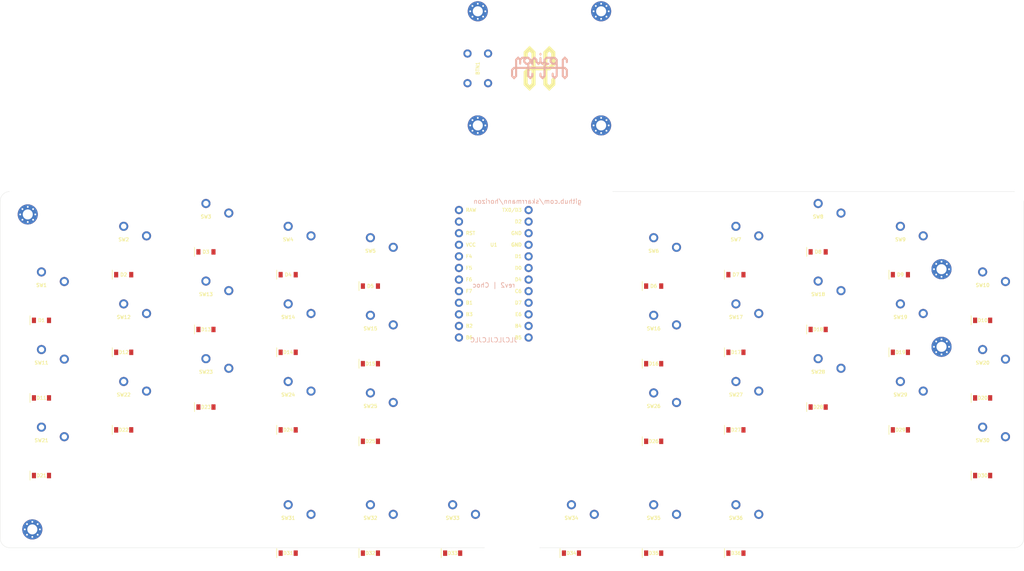
<source format=kicad_pcb>
(kicad_pcb (version 20171130) (host pcbnew "(5.1.4)-1")
  (title_block (title "Horizon Choc") (date 2021-10-13) (rev 2) (company skarrmann))
  (layers (0 F.Cu signal) (31 B.Cu signal) (34 B.Paste user) (35 F.Paste user) (36 B.SilkS user) (37 F.SilkS user) (38 B.Mask user) (39 F.Mask user) (44 Edge.Cuts user))
  (net 0 "")
  (net 1 "Net-(D1-Pad2)")
  (net 2 "Net-(D2-Pad2)")
  (net 3 "Net-(D3-Pad2)")
  (net 4 "Net-(D4-Pad2)")
  (net 5 "Net-(D5-Pad2)")
  (net 6 "Net-(D6-Pad2)")
  (net 7 "Net-(D7-Pad2)")
  (net 8 "Net-(D8-Pad2)")
  (net 9 "Net-(D9-Pad2)")
  (net 10 "Net-(D10-Pad2)")
  (net 11 "Net-(D11-Pad2)")
  (net 12 "Net-(D12-Pad2)")
  (net 13 "Net-(D13-Pad2)")
  (net 14 "Net-(D14-Pad2)")
  (net 15 "Net-(D15-Pad2)")
  (net 16 "Net-(D16-Pad2)")
  (net 17 "Net-(D17-Pad2)")
  (net 18 "Net-(D18-Pad2)")
  (net 19 "Net-(D19-Pad2)")
  (net 20 "Net-(D20-Pad2)")
  (net 21 "Net-(D21-Pad2)")
  (net 22 "Net-(D22-Pad2)")
  (net 23 "Net-(D23-Pad2)")
  (net 24 "Net-(D24-Pad2)")
  (net 25 "Net-(D25-Pad2)")
  (net 26 "Net-(D26-Pad2)")
  (net 27 "Net-(D27-Pad2)")
  (net 28 "Net-(D28-Pad2)")
  (net 29 "Net-(D29-Pad2)")
  (net 30 "Net-(D30-Pad2)")
  (net 31 "Net-(D31-Pad2)")
  (net 32 "Net-(D32-Pad2)")
  (net 33 "Net-(D33-Pad2)")
  (net 34 "Net-(D34-Pad2)")
  (net 35 "Net-(D35-Pad2)")
  (net 36 "Net-(D36-Pad2)")
  (net 37 GND)
  (net 38 COL1)
  (net 39 COL2)
  (net 40 COL3)
  (net 41 COL4)
  (net 42 COL5)
  (net 43 COL6)
  (net 44 ROW1)
  (net 45 ROW2)
  (net 46 ROW3)
  (net 47 ROW4)
  (net 48 "Net-(H1-Pad1)")
  (net 49 "Net-(H2-Pad1)")
  (net 50 "Net-(H3-Pad1)")
  (net 51 "Net-(H4-Pad1)")
  (net 52 COL9)
  (net 53 COL10)
  (net 54 COL11)
  (net 55 COL12)
  (net 56 COL7)
  (net 57 COL8)
  (net 58 "Net-(H5-Pad1)")
  (net 59 "Net-(H6-Pad1)")
  (net 60 "Net-(H7-Pad1)")
  (net 61 "Net-(H8-Pad1)")
  (net 62 RESET)
  (module horizon-footprints:Logo_Horizon_H (layer F.Cu) (at 194 73)
    (fp_text reference LOGO2 hide)
    (fp_text value Logo-Top hide)
  )
  (module horizon-footprints:Logo_Horizon_Small (layer B.Cu) (at 194 72.5 180)
    (fp_text reference LOGO1 hide)
    (fp_text value Logo-Bottom hide)
  )
  (module horizon-footprints:SW_Choc (layer F.Cu) (at 219 150)
    (fp_text reference SW26 (at 0 -3) (layer F.SilkS) (effects (font (size 0.75 0.75))))
    (fp_text value SW_Push)
    (pad "" np_thru_hole circle (at 5.5 0 180) (size 1.7 1.7) (drill 1.7) (layers *.Cu *.Mask))
    (pad "" np_thru_hole circle (at -5.5 0 180) (size 1.7 1.7) (drill 1.7) (layers *.Cu *.Mask))
    (pad 1 thru_hole circle (at 0 -5.9 180) (size 2 2) (drill 1.2) (layers *.Cu *.Mask) (net 57 COL8))
    (pad 2 thru_hole circle (at 5 -3.8 180) (size 2 2) (drill 1.2) (layers *.Cu *.Mask) (net 26 "Net-(D26-Pad2)"))
    (pad "" np_thru_hole circle (at 0 0 180) (size 3.4 3.4) (drill 3.4) (layers *.Cu *.Mask))
  )
  (module horizon-footprints:D_SOD-123 (layer F.Cu) (at 219 154.7)
    (fp_text reference D26 (at 0 0) (layer F.SilkS) (effects (font (size 0.75 0.75))))
    (fp_text value D hide)
    (pad 2 smd rect (at 1.65 0) (size 0.9 1.2) (layers F.Cu F.Paste F.Mask) (net 26 "Net-(D26-Pad2)"))
    (pad 1 smd rect (at -1.65 0) (size 0.9 1.2) (layers F.Cu F.Paste F.Mask) (net 46 ROW3))
  )
  (module horizon-footprints:Mount_M2 (layer F.Cu) (at 207.5 85.5)
    (fp_text reference H8 hide)
    (fp_text value Hole_Pad hide)
    (pad 1 thru_hole circle (at 1.166726 -1.166726) (size 0.7 0.7) (drill 0.4) (layers *.Cu *.Mask) (net 61 "Net-(H8-Pad1)"))
    (pad 1 thru_hole circle (at 0 -1.65) (size 0.7 0.7) (drill 0.4) (layers *.Cu *.Mask) (net 61 "Net-(H8-Pad1)"))
    (pad 1 thru_hole circle (at -1.166726 -1.166726) (size 0.7 0.7) (drill 0.4) (layers *.Cu *.Mask) (net 61 "Net-(H8-Pad1)"))
    (pad 1 thru_hole circle (at -1.65 0) (size 0.7 0.7) (drill 0.4) (layers *.Cu *.Mask) (net 61 "Net-(H8-Pad1)"))
    (pad 1 thru_hole circle (at -1.166726 1.166726) (size 0.7 0.7) (drill 0.4) (layers *.Cu *.Mask) (net 61 "Net-(H8-Pad1)"))
    (pad 1 thru_hole circle (at 0 1.65) (size 0.7 0.7) (drill 0.4) (layers *.Cu *.Mask) (net 61 "Net-(H8-Pad1)"))
    (pad 1 thru_hole circle (at 1.166726 1.166726) (size 0.7 0.7) (drill 0.4) (layers *.Cu *.Mask) (net 61 "Net-(H8-Pad1)"))
    (pad 1 thru_hole circle (at 1.65 0) (size 0.7 0.7) (drill 0.4) (layers *.Cu *.Mask) (net 61 "Net-(H8-Pad1)"))
    (pad 1 thru_hole circle (at 0 0) (size 4.4 4.4) (drill 2.2) (layers *.Cu *.Mask) (net 61 "Net-(H8-Pad1)"))
  )
  (module horizon-footprints:Mount_M2 (layer F.Cu) (at 180.5 85.5)
    (fp_text reference H7 hide)
    (fp_text value Hole_Pad hide)
    (pad 1 thru_hole circle (at 1.166726 -1.166726) (size 0.7 0.7) (drill 0.4) (layers *.Cu *.Mask) (net 60 "Net-(H7-Pad1)"))
    (pad 1 thru_hole circle (at 0 -1.65) (size 0.7 0.7) (drill 0.4) (layers *.Cu *.Mask) (net 60 "Net-(H7-Pad1)"))
    (pad 1 thru_hole circle (at -1.166726 -1.166726) (size 0.7 0.7) (drill 0.4) (layers *.Cu *.Mask) (net 60 "Net-(H7-Pad1)"))
    (pad 1 thru_hole circle (at -1.65 0) (size 0.7 0.7) (drill 0.4) (layers *.Cu *.Mask) (net 60 "Net-(H7-Pad1)"))
    (pad 1 thru_hole circle (at -1.166726 1.166726) (size 0.7 0.7) (drill 0.4) (layers *.Cu *.Mask) (net 60 "Net-(H7-Pad1)"))
    (pad 1 thru_hole circle (at 0 1.65) (size 0.7 0.7) (drill 0.4) (layers *.Cu *.Mask) (net 60 "Net-(H7-Pad1)"))
    (pad 1 thru_hole circle (at 1.166726 1.166726) (size 0.7 0.7) (drill 0.4) (layers *.Cu *.Mask) (net 60 "Net-(H7-Pad1)"))
    (pad 1 thru_hole circle (at 1.65 0) (size 0.7 0.7) (drill 0.4) (layers *.Cu *.Mask) (net 60 "Net-(H7-Pad1)"))
    (pad 1 thru_hole circle (at 0 0) (size 4.4 4.4) (drill 2.2) (layers *.Cu *.Mask) (net 60 "Net-(H7-Pad1)"))
  )
  (module horizon-footprints:Mount_M2 (layer F.Cu) (at 207.5 60.5)
    (fp_text reference H6 hide)
    (fp_text value Hole_Pad hide)
    (pad 1 thru_hole circle (at 1.166726 -1.166726) (size 0.7 0.7) (drill 0.4) (layers *.Cu *.Mask) (net 59 "Net-(H6-Pad1)"))
    (pad 1 thru_hole circle (at 0 -1.65) (size 0.7 0.7) (drill 0.4) (layers *.Cu *.Mask) (net 59 "Net-(H6-Pad1)"))
    (pad 1 thru_hole circle (at -1.166726 -1.166726) (size 0.7 0.7) (drill 0.4) (layers *.Cu *.Mask) (net 59 "Net-(H6-Pad1)"))
    (pad 1 thru_hole circle (at -1.65 0) (size 0.7 0.7) (drill 0.4) (layers *.Cu *.Mask) (net 59 "Net-(H6-Pad1)"))
    (pad 1 thru_hole circle (at -1.166726 1.166726) (size 0.7 0.7) (drill 0.4) (layers *.Cu *.Mask) (net 59 "Net-(H6-Pad1)"))
    (pad 1 thru_hole circle (at 0 1.65) (size 0.7 0.7) (drill 0.4) (layers *.Cu *.Mask) (net 59 "Net-(H6-Pad1)"))
    (pad 1 thru_hole circle (at 1.166726 1.166726) (size 0.7 0.7) (drill 0.4) (layers *.Cu *.Mask) (net 59 "Net-(H6-Pad1)"))
    (pad 1 thru_hole circle (at 1.65 0) (size 0.7 0.7) (drill 0.4) (layers *.Cu *.Mask) (net 59 "Net-(H6-Pad1)"))
    (pad 1 thru_hole circle (at 0 0) (size 4.4 4.4) (drill 2.2) (layers *.Cu *.Mask) (net 59 "Net-(H6-Pad1)"))
  )
  (module horizon-footprints:Mount_M2 (layer F.Cu) (at 180.5 60.5)
    (fp_text reference H5 hide)
    (fp_text value Hole_Pad hide)
    (pad 1 thru_hole circle (at 1.166726 -1.166726) (size 0.7 0.7) (drill 0.4) (layers *.Cu *.Mask) (net 58 "Net-(H5-Pad1)"))
    (pad 1 thru_hole circle (at 0 -1.65) (size 0.7 0.7) (drill 0.4) (layers *.Cu *.Mask) (net 58 "Net-(H5-Pad1)"))
    (pad 1 thru_hole circle (at -1.166726 -1.166726) (size 0.7 0.7) (drill 0.4) (layers *.Cu *.Mask) (net 58 "Net-(H5-Pad1)"))
    (pad 1 thru_hole circle (at -1.65 0) (size 0.7 0.7) (drill 0.4) (layers *.Cu *.Mask) (net 58 "Net-(H5-Pad1)"))
    (pad 1 thru_hole circle (at -1.166726 1.166726) (size 0.7 0.7) (drill 0.4) (layers *.Cu *.Mask) (net 58 "Net-(H5-Pad1)"))
    (pad 1 thru_hole circle (at 0 1.65) (size 0.7 0.7) (drill 0.4) (layers *.Cu *.Mask) (net 58 "Net-(H5-Pad1)"))
    (pad 1 thru_hole circle (at 1.166726 1.166726) (size 0.7 0.7) (drill 0.4) (layers *.Cu *.Mask) (net 58 "Net-(H5-Pad1)"))
    (pad 1 thru_hole circle (at 1.65 0) (size 0.7 0.7) (drill 0.4) (layers *.Cu *.Mask) (net 58 "Net-(H5-Pad1)"))
    (pad 1 thru_hole circle (at 0 0) (size 4.4 4.4) (drill 2.2) (layers *.Cu *.Mask) (net 58 "Net-(H5-Pad1)"))
  )
  (module horizon-footprints:Mount_M2 (layer F.Cu) (at 82 105.000001)
    (fp_text reference H1 hide)
    (fp_text value Hole_Pad hide)
    (pad 1 thru_hole circle (at 1.166726 -1.166726) (size 0.7 0.7) (drill 0.4) (layers *.Cu *.Mask) (net 48 "Net-(H1-Pad1)"))
    (pad 1 thru_hole circle (at 0 -1.65) (size 0.7 0.7) (drill 0.4) (layers *.Cu *.Mask) (net 48 "Net-(H1-Pad1)"))
    (pad 1 thru_hole circle (at -1.166726 -1.166726) (size 0.7 0.7) (drill 0.4) (layers *.Cu *.Mask) (net 48 "Net-(H1-Pad1)"))
    (pad 1 thru_hole circle (at -1.65 0) (size 0.7 0.7) (drill 0.4) (layers *.Cu *.Mask) (net 48 "Net-(H1-Pad1)"))
    (pad 1 thru_hole circle (at -1.166726 1.166726) (size 0.7 0.7) (drill 0.4) (layers *.Cu *.Mask) (net 48 "Net-(H1-Pad1)"))
    (pad 1 thru_hole circle (at 0 1.65) (size 0.7 0.7) (drill 0.4) (layers *.Cu *.Mask) (net 48 "Net-(H1-Pad1)"))
    (pad 1 thru_hole circle (at 1.166726 1.166726) (size 0.7 0.7) (drill 0.4) (layers *.Cu *.Mask) (net 48 "Net-(H1-Pad1)"))
    (pad 1 thru_hole circle (at 1.65 0) (size 0.7 0.7) (drill 0.4) (layers *.Cu *.Mask) (net 48 "Net-(H1-Pad1)"))
    (pad 1 thru_hole circle (at 0 0) (size 4.4 4.4) (drill 2.2) (layers *.Cu *.Mask) (net 48 "Net-(H1-Pad1)"))
  )
  (module horizon-footprints:Mount_M2 (layer F.Cu) (at 282 134)
    (fp_text reference H4 hide)
    (fp_text value Hole_Pad hide)
    (pad 1 thru_hole circle (at 1.166726 -1.166726) (size 0.7 0.7) (drill 0.4) (layers *.Cu *.Mask) (net 51 "Net-(H4-Pad1)"))
    (pad 1 thru_hole circle (at 0 -1.65) (size 0.7 0.7) (drill 0.4) (layers *.Cu *.Mask) (net 51 "Net-(H4-Pad1)"))
    (pad 1 thru_hole circle (at -1.166726 -1.166726) (size 0.7 0.7) (drill 0.4) (layers *.Cu *.Mask) (net 51 "Net-(H4-Pad1)"))
    (pad 1 thru_hole circle (at -1.65 0) (size 0.7 0.7) (drill 0.4) (layers *.Cu *.Mask) (net 51 "Net-(H4-Pad1)"))
    (pad 1 thru_hole circle (at -1.166726 1.166726) (size 0.7 0.7) (drill 0.4) (layers *.Cu *.Mask) (net 51 "Net-(H4-Pad1)"))
    (pad 1 thru_hole circle (at 0 1.65) (size 0.7 0.7) (drill 0.4) (layers *.Cu *.Mask) (net 51 "Net-(H4-Pad1)"))
    (pad 1 thru_hole circle (at 1.166726 1.166726) (size 0.7 0.7) (drill 0.4) (layers *.Cu *.Mask) (net 51 "Net-(H4-Pad1)"))
    (pad 1 thru_hole circle (at 1.65 0) (size 0.7 0.7) (drill 0.4) (layers *.Cu *.Mask) (net 51 "Net-(H4-Pad1)"))
    (pad 1 thru_hole circle (at 0 0) (size 4.4 4.4) (drill 2.2) (layers *.Cu *.Mask) (net 51 "Net-(H4-Pad1)"))
  )
  (module horizon-footprints:Mount_M2 (layer F.Cu) (at 282 117)
    (fp_text reference H2 hide)
    (fp_text value Hole_Pad hide)
    (pad 1 thru_hole circle (at 1.166726 -1.166726) (size 0.7 0.7) (drill 0.4) (layers *.Cu *.Mask) (net 49 "Net-(H2-Pad1)"))
    (pad 1 thru_hole circle (at 0 -1.65) (size 0.7 0.7) (drill 0.4) (layers *.Cu *.Mask) (net 49 "Net-(H2-Pad1)"))
    (pad 1 thru_hole circle (at -1.166726 -1.166726) (size 0.7 0.7) (drill 0.4) (layers *.Cu *.Mask) (net 49 "Net-(H2-Pad1)"))
    (pad 1 thru_hole circle (at -1.65 0) (size 0.7 0.7) (drill 0.4) (layers *.Cu *.Mask) (net 49 "Net-(H2-Pad1)"))
    (pad 1 thru_hole circle (at -1.166726 1.166726) (size 0.7 0.7) (drill 0.4) (layers *.Cu *.Mask) (net 49 "Net-(H2-Pad1)"))
    (pad 1 thru_hole circle (at 0 1.65) (size 0.7 0.7) (drill 0.4) (layers *.Cu *.Mask) (net 49 "Net-(H2-Pad1)"))
    (pad 1 thru_hole circle (at 1.166726 1.166726) (size 0.7 0.7) (drill 0.4) (layers *.Cu *.Mask) (net 49 "Net-(H2-Pad1)"))
    (pad 1 thru_hole circle (at 1.65 0) (size 0.7 0.7) (drill 0.4) (layers *.Cu *.Mask) (net 49 "Net-(H2-Pad1)"))
    (pad 1 thru_hole circle (at 0 0) (size 4.4 4.4) (drill 2.2) (layers *.Cu *.Mask) (net 49 "Net-(H2-Pad1)"))
  )
  (module horizon-footprints:Mount_M2 (layer F.Cu) (at 83 174)
    (fp_text reference H3 hide)
    (fp_text value Hole_Pad hide)
    (pad 1 thru_hole circle (at 1.166726 -1.166726) (size 0.7 0.7) (drill 0.4) (layers *.Cu *.Mask) (net 50 "Net-(H3-Pad1)"))
    (pad 1 thru_hole circle (at 0 -1.65) (size 0.7 0.7) (drill 0.4) (layers *.Cu *.Mask) (net 50 "Net-(H3-Pad1)"))
    (pad 1 thru_hole circle (at -1.166726 -1.166726) (size 0.7 0.7) (drill 0.4) (layers *.Cu *.Mask) (net 50 "Net-(H3-Pad1)"))
    (pad 1 thru_hole circle (at -1.65 0) (size 0.7 0.7) (drill 0.4) (layers *.Cu *.Mask) (net 50 "Net-(H3-Pad1)"))
    (pad 1 thru_hole circle (at -1.166726 1.166726) (size 0.7 0.7) (drill 0.4) (layers *.Cu *.Mask) (net 50 "Net-(H3-Pad1)"))
    (pad 1 thru_hole circle (at 0 1.65) (size 0.7 0.7) (drill 0.4) (layers *.Cu *.Mask) (net 50 "Net-(H3-Pad1)"))
    (pad 1 thru_hole circle (at 1.166726 1.166726) (size 0.7 0.7) (drill 0.4) (layers *.Cu *.Mask) (net 50 "Net-(H3-Pad1)"))
    (pad 1 thru_hole circle (at 1.65 0) (size 0.7 0.7) (drill 0.4) (layers *.Cu *.Mask) (net 50 "Net-(H3-Pad1)"))
    (pad 1 thru_hole circle (at 0 0) (size 4.4 4.4) (drill 2.2) (layers *.Cu *.Mask) (net 50 "Net-(H3-Pad1)"))
  )
  (module horizon-footprints:D_SOD-123 (layer F.Cu) (at 85 162.2)
    (fp_text reference D21 (at 0 0) (layer F.SilkS) (effects (font (size 0.75 0.75))))
    (fp_text value D hide)
    (pad 2 smd rect (at 1.65 0) (size 0.9 1.2) (layers F.Cu F.Paste F.Mask) (net 21 "Net-(D21-Pad2)"))
    (pad 1 smd rect (at -1.65 0) (size 0.9 1.2) (layers F.Cu F.Paste F.Mask) (net 46 ROW3))
  )
  (module horizon-footprints:D_SOD-123 (layer F.Cu) (at 85 145.2)
    (fp_text reference D11 (at 0 0) (layer F.SilkS) (effects (font (size 0.75 0.75))))
    (fp_text value D hide)
    (pad 2 smd rect (at 1.65 0) (size 0.9 1.2) (layers F.Cu F.Paste F.Mask) (net 11 "Net-(D11-Pad2)"))
    (pad 1 smd rect (at -1.65 0) (size 0.9 1.2) (layers F.Cu F.Paste F.Mask) (net 45 ROW2))
  )
  (module horizon-footprints:D_SOD-123 (layer F.Cu) (at 85 128.2)
    (fp_text reference D1 (at 0 0) (layer F.SilkS) (effects (font (size 0.75 0.75))))
    (fp_text value D hide)
    (pad 2 smd rect (at 1.65 0) (size 0.9 1.2) (layers F.Cu F.Paste F.Mask) (net 1 "Net-(D1-Pad2)"))
    (pad 1 smd rect (at -1.65 0) (size 0.9 1.2) (layers F.Cu F.Paste F.Mask) (net 44 ROW1))
  )
  (module horizon-footprints:SW_Choc (layer F.Cu) (at 85 123.5)
    (fp_text reference SW1 (at 0 -3) (layer F.SilkS) (effects (font (size 0.75 0.75))))
    (fp_text value SW_Push)
    (pad "" np_thru_hole circle (at 5.5 0 180) (size 1.7 1.7) (drill 1.7) (layers *.Cu *.Mask))
    (pad "" np_thru_hole circle (at -5.5 0 180) (size 1.7 1.7) (drill 1.7) (layers *.Cu *.Mask))
    (pad 1 thru_hole circle (at 0 -5.9 180) (size 2 2) (drill 1.2) (layers *.Cu *.Mask) (net 38 COL1))
    (pad 2 thru_hole circle (at 5 -3.8 180) (size 2 2) (drill 1.2) (layers *.Cu *.Mask) (net 1 "Net-(D1-Pad2)"))
    (pad "" np_thru_hole circle (at 0 0 180) (size 3.4 3.4) (drill 3.4) (layers *.Cu *.Mask))
  )
  (module horizon-footprints:SW_Choc (layer F.Cu) (at 85 157.5)
    (fp_text reference SW21 (at 0 -3) (layer F.SilkS) (effects (font (size 0.75 0.75))))
    (fp_text value SW_Push)
    (pad "" np_thru_hole circle (at 5.5 0 180) (size 1.7 1.7) (drill 1.7) (layers *.Cu *.Mask))
    (pad "" np_thru_hole circle (at -5.5 0 180) (size 1.7 1.7) (drill 1.7) (layers *.Cu *.Mask))
    (pad 1 thru_hole circle (at 0 -5.9 180) (size 2 2) (drill 1.2) (layers *.Cu *.Mask) (net 38 COL1))
    (pad 2 thru_hole circle (at 5 -3.8 180) (size 2 2) (drill 1.2) (layers *.Cu *.Mask) (net 21 "Net-(D21-Pad2)"))
    (pad "" np_thru_hole circle (at 0 0 180) (size 3.4 3.4) (drill 3.4) (layers *.Cu *.Mask))
  )
  (module horizon-footprints:SW_Choc (layer F.Cu) (at 85 140.5)
    (fp_text reference SW11 (at 0 -3) (layer F.SilkS) (effects (font (size 0.75 0.75))))
    (fp_text value SW_Push)
    (pad "" np_thru_hole circle (at 5.5 0 180) (size 1.7 1.7) (drill 1.7) (layers *.Cu *.Mask))
    (pad "" np_thru_hole circle (at -5.5 0 180) (size 1.7 1.7) (drill 1.7) (layers *.Cu *.Mask))
    (pad 1 thru_hole circle (at 0 -5.9 180) (size 2 2) (drill 1.2) (layers *.Cu *.Mask) (net 38 COL1))
    (pad 2 thru_hole circle (at 5 -3.8 180) (size 2 2) (drill 1.2) (layers *.Cu *.Mask) (net 11 "Net-(D11-Pad2)"))
    (pad "" np_thru_hole circle (at 0 0 180) (size 3.4 3.4) (drill 3.4) (layers *.Cu *.Mask))
  )
  (module horizon-footprints:D_SOD-123 (layer F.Cu) (at 103 118.2)
    (fp_text reference D2 (at 0 0) (layer F.SilkS) (effects (font (size 0.75 0.75))))
    (fp_text value D hide)
    (pad 2 smd rect (at 1.65 0) (size 0.9 1.2) (layers F.Cu F.Paste F.Mask) (net 2 "Net-(D2-Pad2)"))
    (pad 1 smd rect (at -1.65 0) (size 0.9 1.2) (layers F.Cu F.Paste F.Mask) (net 44 ROW1))
  )
  (module horizon-footprints:D_SOD-123 (layer F.Cu) (at 121 113.2)
    (fp_text reference D3 (at 0 0) (layer F.SilkS) (effects (font (size 0.75 0.75))))
    (fp_text value D hide)
    (pad 2 smd rect (at 1.65 0) (size 0.9 1.2) (layers F.Cu F.Paste F.Mask) (net 3 "Net-(D3-Pad2)"))
    (pad 1 smd rect (at -1.65 0) (size 0.9 1.2) (layers F.Cu F.Paste F.Mask) (net 44 ROW1))
  )
  (module horizon-footprints:D_SOD-123 (layer F.Cu) (at 139 118.2)
    (fp_text reference D4 (at 0 0) (layer F.SilkS) (effects (font (size 0.75 0.75))))
    (fp_text value D hide)
    (pad 2 smd rect (at 1.65 0) (size 0.9 1.2) (layers F.Cu F.Paste F.Mask) (net 4 "Net-(D4-Pad2)"))
    (pad 1 smd rect (at -1.65 0) (size 0.9 1.2) (layers F.Cu F.Paste F.Mask) (net 44 ROW1))
  )
  (module horizon-footprints:D_SOD-123 (layer F.Cu) (at 157 120.7)
    (fp_text reference D5 (at 0 0) (layer F.SilkS) (effects (font (size 0.75 0.75))))
    (fp_text value D hide)
    (pad 2 smd rect (at 1.65 0) (size 0.9 1.2) (layers F.Cu F.Paste F.Mask) (net 5 "Net-(D5-Pad2)"))
    (pad 1 smd rect (at -1.65 0) (size 0.9 1.2) (layers F.Cu F.Paste F.Mask) (net 44 ROW1))
  )
  (module horizon-footprints:D_SOD-123 (layer F.Cu) (at 219 120.7)
    (fp_text reference D6 (at 0 0) (layer F.SilkS) (effects (font (size 0.75 0.75))))
    (fp_text value D hide)
    (pad 2 smd rect (at 1.65 0) (size 0.9 1.2) (layers F.Cu F.Paste F.Mask) (net 6 "Net-(D6-Pad2)"))
    (pad 1 smd rect (at -1.65 0) (size 0.9 1.2) (layers F.Cu F.Paste F.Mask) (net 44 ROW1))
  )
  (module horizon-footprints:D_SOD-123 (layer F.Cu) (at 237 118.2)
    (fp_text reference D7 (at 0 0) (layer F.SilkS) (effects (font (size 0.75 0.75))))
    (fp_text value D hide)
    (pad 2 smd rect (at 1.65 0) (size 0.9 1.2) (layers F.Cu F.Paste F.Mask) (net 7 "Net-(D7-Pad2)"))
    (pad 1 smd rect (at -1.65 0) (size 0.9 1.2) (layers F.Cu F.Paste F.Mask) (net 44 ROW1))
  )
  (module horizon-footprints:D_SOD-123 (layer F.Cu) (at 255 113.2)
    (fp_text reference D8 (at 0 0) (layer F.SilkS) (effects (font (size 0.75 0.75))))
    (fp_text value D hide)
    (pad 2 smd rect (at 1.65 0) (size 0.9 1.2) (layers F.Cu F.Paste F.Mask) (net 8 "Net-(D8-Pad2)"))
    (pad 1 smd rect (at -1.65 0) (size 0.9 1.2) (layers F.Cu F.Paste F.Mask) (net 44 ROW1))
  )
  (module horizon-footprints:D_SOD-123 (layer F.Cu) (at 273 118.2)
    (fp_text reference D9 (at 0 0) (layer F.SilkS) (effects (font (size 0.75 0.75))))
    (fp_text value D hide)
    (pad 2 smd rect (at 1.65 0) (size 0.9 1.2) (layers F.Cu F.Paste F.Mask) (net 9 "Net-(D9-Pad2)"))
    (pad 1 smd rect (at -1.65 0) (size 0.9 1.2) (layers F.Cu F.Paste F.Mask) (net 44 ROW1))
  )
  (module horizon-footprints:D_SOD-123 (layer F.Cu) (at 291 128.2)
    (fp_text reference D10 (at 0 0) (layer F.SilkS) (effects (font (size 0.75 0.75))))
    (fp_text value D hide)
    (pad 2 smd rect (at 1.65 0) (size 0.9 1.2) (layers F.Cu F.Paste F.Mask) (net 10 "Net-(D10-Pad2)"))
    (pad 1 smd rect (at -1.65 0) (size 0.9 1.2) (layers F.Cu F.Paste F.Mask) (net 44 ROW1))
  )
  (module horizon-footprints:D_SOD-123 (layer F.Cu) (at 103 135.2)
    (fp_text reference D12 (at 0 0) (layer F.SilkS) (effects (font (size 0.75 0.75))))
    (fp_text value D hide)
    (pad 2 smd rect (at 1.65 0) (size 0.9 1.2) (layers F.Cu F.Paste F.Mask) (net 12 "Net-(D12-Pad2)"))
    (pad 1 smd rect (at -1.65 0) (size 0.9 1.2) (layers F.Cu F.Paste F.Mask) (net 45 ROW2))
  )
  (module horizon-footprints:D_SOD-123 (layer F.Cu) (at 121 130.2)
    (fp_text reference D13 (at 0 0) (layer F.SilkS) (effects (font (size 0.75 0.75))))
    (fp_text value D hide)
    (pad 2 smd rect (at 1.65 0) (size 0.9 1.2) (layers F.Cu F.Paste F.Mask) (net 13 "Net-(D13-Pad2)"))
    (pad 1 smd rect (at -1.65 0) (size 0.9 1.2) (layers F.Cu F.Paste F.Mask) (net 45 ROW2))
  )
  (module horizon-footprints:D_SOD-123 (layer F.Cu) (at 139 135.2)
    (fp_text reference D14 (at 0 0) (layer F.SilkS) (effects (font (size 0.75 0.75))))
    (fp_text value D hide)
    (pad 2 smd rect (at 1.65 0) (size 0.9 1.2) (layers F.Cu F.Paste F.Mask) (net 14 "Net-(D14-Pad2)"))
    (pad 1 smd rect (at -1.65 0) (size 0.9 1.2) (layers F.Cu F.Paste F.Mask) (net 45 ROW2))
  )
  (module horizon-footprints:D_SOD-123 (layer F.Cu) (at 157 137.7)
    (fp_text reference D15 (at 0 0) (layer F.SilkS) (effects (font (size 0.75 0.75))))
    (fp_text value D hide)
    (pad 2 smd rect (at 1.65 0) (size 0.9 1.2) (layers F.Cu F.Paste F.Mask) (net 15 "Net-(D15-Pad2)"))
    (pad 1 smd rect (at -1.65 0) (size 0.9 1.2) (layers F.Cu F.Paste F.Mask) (net 45 ROW2))
  )
  (module horizon-footprints:D_SOD-123 (layer F.Cu) (at 219 137.7)
    (fp_text reference D16 (at 0 0) (layer F.SilkS) (effects (font (size 0.75 0.75))))
    (fp_text value D hide)
    (pad 2 smd rect (at 1.65 0) (size 0.9 1.2) (layers F.Cu F.Paste F.Mask) (net 16 "Net-(D16-Pad2)"))
    (pad 1 smd rect (at -1.65 0) (size 0.9 1.2) (layers F.Cu F.Paste F.Mask) (net 45 ROW2))
  )
  (module horizon-footprints:D_SOD-123 (layer F.Cu) (at 237 135.2)
    (fp_text reference D17 (at 0 0) (layer F.SilkS) (effects (font (size 0.75 0.75))))
    (fp_text value D hide)
    (pad 2 smd rect (at 1.65 0) (size 0.9 1.2) (layers F.Cu F.Paste F.Mask) (net 17 "Net-(D17-Pad2)"))
    (pad 1 smd rect (at -1.65 0) (size 0.9 1.2) (layers F.Cu F.Paste F.Mask) (net 45 ROW2))
  )
  (module horizon-footprints:D_SOD-123 (layer F.Cu) (at 255 130.2)
    (fp_text reference D18 (at 0 0) (layer F.SilkS) (effects (font (size 0.75 0.75))))
    (fp_text value D hide)
    (pad 2 smd rect (at 1.65 0) (size 0.9 1.2) (layers F.Cu F.Paste F.Mask) (net 18 "Net-(D18-Pad2)"))
    (pad 1 smd rect (at -1.65 0) (size 0.9 1.2) (layers F.Cu F.Paste F.Mask) (net 45 ROW2))
  )
  (module horizon-footprints:D_SOD-123 (layer F.Cu) (at 273 135.2)
    (fp_text reference D19 (at 0 0) (layer F.SilkS) (effects (font (size 0.75 0.75))))
    (fp_text value D hide)
    (pad 2 smd rect (at 1.65 0) (size 0.9 1.2) (layers F.Cu F.Paste F.Mask) (net 19 "Net-(D19-Pad2)"))
    (pad 1 smd rect (at -1.65 0) (size 0.9 1.2) (layers F.Cu F.Paste F.Mask) (net 45 ROW2))
  )
  (module horizon-footprints:D_SOD-123 (layer F.Cu) (at 291 145.2)
    (fp_text reference D20 (at 0 0) (layer F.SilkS) (effects (font (size 0.75 0.75))))
    (fp_text value D hide)
    (pad 2 smd rect (at 1.65 0) (size 0.9 1.2) (layers F.Cu F.Paste F.Mask) (net 20 "Net-(D20-Pad2)"))
    (pad 1 smd rect (at -1.65 0) (size 0.9 1.2) (layers F.Cu F.Paste F.Mask) (net 45 ROW2))
  )
  (module horizon-footprints:D_SOD-123 (layer F.Cu) (at 103 152.2)
    (fp_text reference D22 (at 0 0) (layer F.SilkS) (effects (font (size 0.75 0.75))))
    (fp_text value D hide)
    (pad 2 smd rect (at 1.65 0) (size 0.9 1.2) (layers F.Cu F.Paste F.Mask) (net 22 "Net-(D22-Pad2)"))
    (pad 1 smd rect (at -1.65 0) (size 0.9 1.2) (layers F.Cu F.Paste F.Mask) (net 46 ROW3))
  )
  (module horizon-footprints:D_SOD-123 (layer F.Cu) (at 121 147.2)
    (fp_text reference D23 (at 0 0) (layer F.SilkS) (effects (font (size 0.75 0.75))))
    (fp_text value D hide)
    (pad 2 smd rect (at 1.65 0) (size 0.9 1.2) (layers F.Cu F.Paste F.Mask) (net 23 "Net-(D23-Pad2)"))
    (pad 1 smd rect (at -1.65 0) (size 0.9 1.2) (layers F.Cu F.Paste F.Mask) (net 46 ROW3))
  )
  (module horizon-footprints:D_SOD-123 (layer F.Cu) (at 139 152.2)
    (fp_text reference D24 (at 0 0) (layer F.SilkS) (effects (font (size 0.75 0.75))))
    (fp_text value D hide)
    (pad 2 smd rect (at 1.65 0) (size 0.9 1.2) (layers F.Cu F.Paste F.Mask) (net 24 "Net-(D24-Pad2)"))
    (pad 1 smd rect (at -1.65 0) (size 0.9 1.2) (layers F.Cu F.Paste F.Mask) (net 46 ROW3))
  )
  (module horizon-footprints:D_SOD-123 (layer F.Cu) (at 157 154.7)
    (fp_text reference D25 (at 0 0) (layer F.SilkS) (effects (font (size 0.75 0.75))))
    (fp_text value D hide)
    (pad 2 smd rect (at 1.65 0) (size 0.9 1.2) (layers F.Cu F.Paste F.Mask) (net 25 "Net-(D25-Pad2)"))
    (pad 1 smd rect (at -1.65 0) (size 0.9 1.2) (layers F.Cu F.Paste F.Mask) (net 46 ROW3))
  )
  (module horizon-footprints:D_SOD-123 (layer F.Cu) (at 237 152.2)
    (fp_text reference D27 (at 0 0) (layer F.SilkS) (effects (font (size 0.75 0.75))))
    (fp_text value D hide)
    (pad 2 smd rect (at 1.65 0) (size 0.9 1.2) (layers F.Cu F.Paste F.Mask) (net 27 "Net-(D27-Pad2)"))
    (pad 1 smd rect (at -1.65 0) (size 0.9 1.2) (layers F.Cu F.Paste F.Mask) (net 46 ROW3))
  )
  (module horizon-footprints:D_SOD-123 (layer F.Cu) (at 255 147.2)
    (fp_text reference D28 (at 0 0) (layer F.SilkS) (effects (font (size 0.75 0.75))))
    (fp_text value D hide)
    (pad 2 smd rect (at 1.65 0) (size 0.9 1.2) (layers F.Cu F.Paste F.Mask) (net 28 "Net-(D28-Pad2)"))
    (pad 1 smd rect (at -1.65 0) (size 0.9 1.2) (layers F.Cu F.Paste F.Mask) (net 46 ROW3))
  )
  (module horizon-footprints:D_SOD-123 (layer F.Cu) (at 273 152.2)
    (fp_text reference D29 (at 0 0) (layer F.SilkS) (effects (font (size 0.75 0.75))))
    (fp_text value D hide)
    (pad 2 smd rect (at 1.65 0) (size 0.9 1.2) (layers F.Cu F.Paste F.Mask) (net 29 "Net-(D29-Pad2)"))
    (pad 1 smd rect (at -1.65 0) (size 0.9 1.2) (layers F.Cu F.Paste F.Mask) (net 46 ROW3))
  )
  (module horizon-footprints:D_SOD-123 (layer F.Cu) (at 291 162.2)
    (fp_text reference D30 (at 0 0) (layer F.SilkS) (effects (font (size 0.75 0.75))))
    (fp_text value D hide)
    (pad 2 smd rect (at 1.65 0) (size 0.9 1.2) (layers F.Cu F.Paste F.Mask) (net 30 "Net-(D30-Pad2)"))
    (pad 1 smd rect (at -1.65 0) (size 0.9 1.2) (layers F.Cu F.Paste F.Mask) (net 46 ROW3))
  )
  (module horizon-footprints:D_SOD-123 (layer F.Cu) (at 139.000001 179.2)
    (fp_text reference D31 (at 0 0) (layer F.SilkS) (effects (font (size 0.75 0.75))))
    (fp_text value D hide)
    (pad 2 smd rect (at 1.65 0) (size 0.9 1.2) (layers F.Cu F.Paste F.Mask) (net 31 "Net-(D31-Pad2)"))
    (pad 1 smd rect (at -1.65 0) (size 0.9 1.2) (layers F.Cu F.Paste F.Mask) (net 47 ROW4))
  )
  (module horizon-footprints:D_SOD-123 (layer F.Cu) (at 157 179.199999)
    (fp_text reference D32 (at 0 0) (layer F.SilkS) (effects (font (size 0.75 0.75))))
    (fp_text value D hide)
    (pad 2 smd rect (at 1.65 0) (size 0.9 1.2) (layers F.Cu F.Paste F.Mask) (net 32 "Net-(D32-Pad2)"))
    (pad 1 smd rect (at -1.65 0) (size 0.9 1.2) (layers F.Cu F.Paste F.Mask) (net 47 ROW4))
  )
  (module horizon-footprints:D_SOD-123 (layer F.Cu) (at 175 179.200001)
    (fp_text reference D33 (at 0 0) (layer F.SilkS) (effects (font (size 0.75 0.75))))
    (fp_text value D hide)
    (pad 2 smd rect (at 1.65 0) (size 0.9 1.2) (layers F.Cu F.Paste F.Mask) (net 33 "Net-(D33-Pad2)"))
    (pad 1 smd rect (at -1.65 0) (size 0.9 1.2) (layers F.Cu F.Paste F.Mask) (net 47 ROW4))
  )
  (module horizon-footprints:D_SOD-123 (layer F.Cu) (at 200.999999 179.2)
    (fp_text reference D34 (at 0 0) (layer F.SilkS) (effects (font (size 0.75 0.75))))
    (fp_text value D hide)
    (pad 2 smd rect (at 1.65 0) (size 0.9 1.2) (layers F.Cu F.Paste F.Mask) (net 34 "Net-(D34-Pad2)"))
    (pad 1 smd rect (at -1.65 0) (size 0.9 1.2) (layers F.Cu F.Paste F.Mask) (net 47 ROW4))
  )
  (module horizon-footprints:D_SOD-123 (layer F.Cu) (at 219 179.2)
    (fp_text reference D35 (at 0 0) (layer F.SilkS) (effects (font (size 0.75 0.75))))
    (fp_text value D hide)
    (pad 2 smd rect (at 1.65 0) (size 0.9 1.2) (layers F.Cu F.Paste F.Mask) (net 35 "Net-(D35-Pad2)"))
    (pad 1 smd rect (at -1.65 0) (size 0.9 1.2) (layers F.Cu F.Paste F.Mask) (net 47 ROW4))
  )
  (module horizon-footprints:D_SOD-123 (layer F.Cu) (at 237 179.2)
    (fp_text reference D36 (at 0 0) (layer F.SilkS) (effects (font (size 0.75 0.75))))
    (fp_text value D hide)
    (pad 2 smd rect (at 1.65 0) (size 0.9 1.2) (layers F.Cu F.Paste F.Mask) (net 36 "Net-(D36-Pad2)"))
    (pad 1 smd rect (at -1.65 0) (size 0.9 1.2) (layers F.Cu F.Paste F.Mask) (net 47 ROW4))
  )
  (module horizon-footprints:SW_Choc (layer F.Cu) (at 103 113.5)
    (fp_text reference SW2 (at 0 -3) (layer F.SilkS) (effects (font (size 0.75 0.75))))
    (fp_text value SW_Push)
    (pad "" np_thru_hole circle (at 5.5 0 180) (size 1.7 1.7) (drill 1.7) (layers *.Cu *.Mask))
    (pad "" np_thru_hole circle (at -5.5 0 180) (size 1.7 1.7) (drill 1.7) (layers *.Cu *.Mask))
    (pad 1 thru_hole circle (at 0 -5.9 180) (size 2 2) (drill 1.2) (layers *.Cu *.Mask) (net 39 COL2))
    (pad 2 thru_hole circle (at 5 -3.8 180) (size 2 2) (drill 1.2) (layers *.Cu *.Mask) (net 2 "Net-(D2-Pad2)"))
    (pad "" np_thru_hole circle (at 0 0 180) (size 3.4 3.4) (drill 3.4) (layers *.Cu *.Mask))
  )
  (module horizon-footprints:SW_Choc (layer F.Cu) (at 121 108.5)
    (fp_text reference SW3 (at 0 -3) (layer F.SilkS) (effects (font (size 0.75 0.75))))
    (fp_text value SW_Push)
    (pad "" np_thru_hole circle (at 5.5 0 180) (size 1.7 1.7) (drill 1.7) (layers *.Cu *.Mask))
    (pad "" np_thru_hole circle (at -5.5 0 180) (size 1.7 1.7) (drill 1.7) (layers *.Cu *.Mask))
    (pad 1 thru_hole circle (at 0 -5.9 180) (size 2 2) (drill 1.2) (layers *.Cu *.Mask) (net 40 COL3))
    (pad 2 thru_hole circle (at 5 -3.8 180) (size 2 2) (drill 1.2) (layers *.Cu *.Mask) (net 3 "Net-(D3-Pad2)"))
    (pad "" np_thru_hole circle (at 0 0 180) (size 3.4 3.4) (drill 3.4) (layers *.Cu *.Mask))
  )
  (module horizon-footprints:SW_Choc (layer F.Cu) (at 139.000001 113.5)
    (fp_text reference SW4 (at 0 -3) (layer F.SilkS) (effects (font (size 0.75 0.75))))
    (fp_text value SW_Push)
    (pad "" np_thru_hole circle (at 5.5 0 180) (size 1.7 1.7) (drill 1.7) (layers *.Cu *.Mask))
    (pad "" np_thru_hole circle (at -5.5 0 180) (size 1.7 1.7) (drill 1.7) (layers *.Cu *.Mask))
    (pad 1 thru_hole circle (at 0 -5.9 180) (size 2 2) (drill 1.2) (layers *.Cu *.Mask) (net 41 COL4))
    (pad 2 thru_hole circle (at 5 -3.8 180) (size 2 2) (drill 1.2) (layers *.Cu *.Mask) (net 4 "Net-(D4-Pad2)"))
    (pad "" np_thru_hole circle (at 0 0 180) (size 3.4 3.4) (drill 3.4) (layers *.Cu *.Mask))
  )
  (module horizon-footprints:SW_Choc (layer F.Cu) (at 157 116)
    (fp_text reference SW5 (at 0 -3) (layer F.SilkS) (effects (font (size 0.75 0.75))))
    (fp_text value SW_Push)
    (pad "" np_thru_hole circle (at 5.5 0 180) (size 1.7 1.7) (drill 1.7) (layers *.Cu *.Mask))
    (pad "" np_thru_hole circle (at -5.5 0 180) (size 1.7 1.7) (drill 1.7) (layers *.Cu *.Mask))
    (pad 1 thru_hole circle (at 0 -5.9 180) (size 2 2) (drill 1.2) (layers *.Cu *.Mask) (net 42 COL5))
    (pad 2 thru_hole circle (at 5 -3.8 180) (size 2 2) (drill 1.2) (layers *.Cu *.Mask) (net 5 "Net-(D5-Pad2)"))
    (pad "" np_thru_hole circle (at 0 0 180) (size 3.4 3.4) (drill 3.4) (layers *.Cu *.Mask))
  )
  (module horizon-footprints:SW_Choc (layer F.Cu) (at 236.999999 113.5)
    (fp_text reference SW7 (at 0 -3) (layer F.SilkS) (effects (font (size 0.75 0.75))))
    (fp_text value SW_Push)
    (pad "" np_thru_hole circle (at 5.5 0 180) (size 1.7 1.7) (drill 1.7) (layers *.Cu *.Mask))
    (pad "" np_thru_hole circle (at -5.5 0 180) (size 1.7 1.7) (drill 1.7) (layers *.Cu *.Mask))
    (pad 1 thru_hole circle (at 0 -5.9 180) (size 2 2) (drill 1.2) (layers *.Cu *.Mask) (net 52 COL9))
    (pad 2 thru_hole circle (at 5 -3.8 180) (size 2 2) (drill 1.2) (layers *.Cu *.Mask) (net 7 "Net-(D7-Pad2)"))
    (pad "" np_thru_hole circle (at 0 0 180) (size 3.4 3.4) (drill 3.4) (layers *.Cu *.Mask))
  )
  (module horizon-footprints:SW_Choc (layer F.Cu) (at 255 108.5)
    (fp_text reference SW8 (at 0 -3) (layer F.SilkS) (effects (font (size 0.75 0.75))))
    (fp_text value SW_Push)
    (pad "" np_thru_hole circle (at 5.5 0 180) (size 1.7 1.7) (drill 1.7) (layers *.Cu *.Mask))
    (pad "" np_thru_hole circle (at -5.5 0 180) (size 1.7 1.7) (drill 1.7) (layers *.Cu *.Mask))
    (pad 1 thru_hole circle (at 0 -5.9 180) (size 2 2) (drill 1.2) (layers *.Cu *.Mask) (net 53 COL10))
    (pad 2 thru_hole circle (at 5 -3.8 180) (size 2 2) (drill 1.2) (layers *.Cu *.Mask) (net 8 "Net-(D8-Pad2)"))
    (pad "" np_thru_hole circle (at 0 0 180) (size 3.4 3.4) (drill 3.4) (layers *.Cu *.Mask))
  )
  (module horizon-footprints:SW_Choc (layer F.Cu) (at 273 113.5)
    (fp_text reference SW9 (at 0 -3) (layer F.SilkS) (effects (font (size 0.75 0.75))))
    (fp_text value SW_Push)
    (pad "" np_thru_hole circle (at 5.5 0 180) (size 1.7 1.7) (drill 1.7) (layers *.Cu *.Mask))
    (pad "" np_thru_hole circle (at -5.5 0 180) (size 1.7 1.7) (drill 1.7) (layers *.Cu *.Mask))
    (pad 1 thru_hole circle (at 0 -5.9 180) (size 2 2) (drill 1.2) (layers *.Cu *.Mask) (net 54 COL11))
    (pad 2 thru_hole circle (at 5 -3.8 180) (size 2 2) (drill 1.2) (layers *.Cu *.Mask) (net 9 "Net-(D9-Pad2)"))
    (pad "" np_thru_hole circle (at 0 0 180) (size 3.4 3.4) (drill 3.4) (layers *.Cu *.Mask))
  )
  (module horizon-footprints:SW_Choc (layer F.Cu) (at 291 123.5)
    (fp_text reference SW10 (at 0 -3) (layer F.SilkS) (effects (font (size 0.75 0.75))))
    (fp_text value SW_Push)
    (pad "" np_thru_hole circle (at 5.5 0 180) (size 1.7 1.7) (drill 1.7) (layers *.Cu *.Mask))
    (pad "" np_thru_hole circle (at -5.5 0 180) (size 1.7 1.7) (drill 1.7) (layers *.Cu *.Mask))
    (pad 1 thru_hole circle (at 0 -5.9 180) (size 2 2) (drill 1.2) (layers *.Cu *.Mask) (net 55 COL12))
    (pad 2 thru_hole circle (at 5 -3.8 180) (size 2 2) (drill 1.2) (layers *.Cu *.Mask) (net 10 "Net-(D10-Pad2)"))
    (pad "" np_thru_hole circle (at 0 0 180) (size 3.4 3.4) (drill 3.4) (layers *.Cu *.Mask))
  )
  (module horizon-footprints:SW_Choc (layer F.Cu) (at 103 130.5)
    (fp_text reference SW12 (at 0 -3) (layer F.SilkS) (effects (font (size 0.75 0.75))))
    (fp_text value SW_Push)
    (pad "" np_thru_hole circle (at 5.5 0 180) (size 1.7 1.7) (drill 1.7) (layers *.Cu *.Mask))
    (pad "" np_thru_hole circle (at -5.5 0 180) (size 1.7 1.7) (drill 1.7) (layers *.Cu *.Mask))
    (pad 1 thru_hole circle (at 0 -5.9 180) (size 2 2) (drill 1.2) (layers *.Cu *.Mask) (net 39 COL2))
    (pad 2 thru_hole circle (at 5 -3.8 180) (size 2 2) (drill 1.2) (layers *.Cu *.Mask) (net 12 "Net-(D12-Pad2)"))
    (pad "" np_thru_hole circle (at 0 0 180) (size 3.4 3.4) (drill 3.4) (layers *.Cu *.Mask))
  )
  (module horizon-footprints:SW_Choc (layer F.Cu) (at 121 125.5)
    (fp_text reference SW13 (at 0 -3) (layer F.SilkS) (effects (font (size 0.75 0.75))))
    (fp_text value SW_Push)
    (pad "" np_thru_hole circle (at 5.5 0 180) (size 1.7 1.7) (drill 1.7) (layers *.Cu *.Mask))
    (pad "" np_thru_hole circle (at -5.5 0 180) (size 1.7 1.7) (drill 1.7) (layers *.Cu *.Mask))
    (pad 1 thru_hole circle (at 0 -5.9 180) (size 2 2) (drill 1.2) (layers *.Cu *.Mask) (net 40 COL3))
    (pad 2 thru_hole circle (at 5 -3.8 180) (size 2 2) (drill 1.2) (layers *.Cu *.Mask) (net 13 "Net-(D13-Pad2)"))
    (pad "" np_thru_hole circle (at 0 0 180) (size 3.4 3.4) (drill 3.4) (layers *.Cu *.Mask))
  )
  (module horizon-footprints:SW_Choc (layer F.Cu) (at 139 130.5)
    (fp_text reference SW14 (at 0 -3) (layer F.SilkS) (effects (font (size 0.75 0.75))))
    (fp_text value SW_Push)
    (pad "" np_thru_hole circle (at 5.5 0 180) (size 1.7 1.7) (drill 1.7) (layers *.Cu *.Mask))
    (pad "" np_thru_hole circle (at -5.5 0 180) (size 1.7 1.7) (drill 1.7) (layers *.Cu *.Mask))
    (pad 1 thru_hole circle (at 0 -5.9 180) (size 2 2) (drill 1.2) (layers *.Cu *.Mask) (net 41 COL4))
    (pad 2 thru_hole circle (at 5 -3.8 180) (size 2 2) (drill 1.2) (layers *.Cu *.Mask) (net 14 "Net-(D14-Pad2)"))
    (pad "" np_thru_hole circle (at 0 0 180) (size 3.4 3.4) (drill 3.4) (layers *.Cu *.Mask))
  )
  (module horizon-footprints:SW_Choc (layer F.Cu) (at 157 133)
    (fp_text reference SW15 (at 0 -3) (layer F.SilkS) (effects (font (size 0.75 0.75))))
    (fp_text value SW_Push)
    (pad "" np_thru_hole circle (at 5.5 0 180) (size 1.7 1.7) (drill 1.7) (layers *.Cu *.Mask))
    (pad "" np_thru_hole circle (at -5.5 0 180) (size 1.7 1.7) (drill 1.7) (layers *.Cu *.Mask))
    (pad 1 thru_hole circle (at 0 -5.9 180) (size 2 2) (drill 1.2) (layers *.Cu *.Mask) (net 42 COL5))
    (pad 2 thru_hole circle (at 5 -3.8 180) (size 2 2) (drill 1.2) (layers *.Cu *.Mask) (net 15 "Net-(D15-Pad2)"))
    (pad "" np_thru_hole circle (at 0 0 180) (size 3.4 3.4) (drill 3.4) (layers *.Cu *.Mask))
  )
  (module horizon-footprints:SW_Choc (layer F.Cu) (at 219 133)
    (fp_text reference SW16 (at 0 -3) (layer F.SilkS) (effects (font (size 0.75 0.75))))
    (fp_text value SW_Push)
    (pad "" np_thru_hole circle (at 5.5 0 180) (size 1.7 1.7) (drill 1.7) (layers *.Cu *.Mask))
    (pad "" np_thru_hole circle (at -5.5 0 180) (size 1.7 1.7) (drill 1.7) (layers *.Cu *.Mask))
    (pad 1 thru_hole circle (at 0 -5.9 180) (size 2 2) (drill 1.2) (layers *.Cu *.Mask) (net 57 COL8))
    (pad 2 thru_hole circle (at 5 -3.8 180) (size 2 2) (drill 1.2) (layers *.Cu *.Mask) (net 16 "Net-(D16-Pad2)"))
    (pad "" np_thru_hole circle (at 0 0 180) (size 3.4 3.4) (drill 3.4) (layers *.Cu *.Mask))
  )
  (module horizon-footprints:SW_Choc (layer F.Cu) (at 237 130.5)
    (fp_text reference SW17 (at 0 -3) (layer F.SilkS) (effects (font (size 0.75 0.75))))
    (fp_text value SW_Push)
    (pad "" np_thru_hole circle (at 5.5 0 180) (size 1.7 1.7) (drill 1.7) (layers *.Cu *.Mask))
    (pad "" np_thru_hole circle (at -5.5 0 180) (size 1.7 1.7) (drill 1.7) (layers *.Cu *.Mask))
    (pad 1 thru_hole circle (at 0 -5.9 180) (size 2 2) (drill 1.2) (layers *.Cu *.Mask) (net 52 COL9))
    (pad 2 thru_hole circle (at 5 -3.8 180) (size 2 2) (drill 1.2) (layers *.Cu *.Mask) (net 17 "Net-(D17-Pad2)"))
    (pad "" np_thru_hole circle (at 0 0 180) (size 3.4 3.4) (drill 3.4) (layers *.Cu *.Mask))
  )
  (module horizon-footprints:SW_Choc (layer F.Cu) (at 255 125.5)
    (fp_text reference SW18 (at 0 -3) (layer F.SilkS) (effects (font (size 0.75 0.75))))
    (fp_text value SW_Push)
    (pad "" np_thru_hole circle (at 5.5 0 180) (size 1.7 1.7) (drill 1.7) (layers *.Cu *.Mask))
    (pad "" np_thru_hole circle (at -5.5 0 180) (size 1.7 1.7) (drill 1.7) (layers *.Cu *.Mask))
    (pad 1 thru_hole circle (at 0 -5.9 180) (size 2 2) (drill 1.2) (layers *.Cu *.Mask) (net 53 COL10))
    (pad 2 thru_hole circle (at 5 -3.8 180) (size 2 2) (drill 1.2) (layers *.Cu *.Mask) (net 18 "Net-(D18-Pad2)"))
    (pad "" np_thru_hole circle (at 0 0 180) (size 3.4 3.4) (drill 3.4) (layers *.Cu *.Mask))
  )
  (module horizon-footprints:SW_Choc (layer F.Cu) (at 273 130.5)
    (fp_text reference SW19 (at 0 -3) (layer F.SilkS) (effects (font (size 0.75 0.75))))
    (fp_text value SW_Push)
    (pad "" np_thru_hole circle (at 5.5 0 180) (size 1.7 1.7) (drill 1.7) (layers *.Cu *.Mask))
    (pad "" np_thru_hole circle (at -5.5 0 180) (size 1.7 1.7) (drill 1.7) (layers *.Cu *.Mask))
    (pad 1 thru_hole circle (at 0 -5.9 180) (size 2 2) (drill 1.2) (layers *.Cu *.Mask) (net 54 COL11))
    (pad 2 thru_hole circle (at 5 -3.8 180) (size 2 2) (drill 1.2) (layers *.Cu *.Mask) (net 19 "Net-(D19-Pad2)"))
    (pad "" np_thru_hole circle (at 0 0 180) (size 3.4 3.4) (drill 3.4) (layers *.Cu *.Mask))
  )
  (module horizon-footprints:SW_Choc (layer F.Cu) (at 291 140.5)
    (fp_text reference SW20 (at 0 -3) (layer F.SilkS) (effects (font (size 0.75 0.75))))
    (fp_text value SW_Push)
    (pad "" np_thru_hole circle (at 5.5 0 180) (size 1.7 1.7) (drill 1.7) (layers *.Cu *.Mask))
    (pad "" np_thru_hole circle (at -5.5 0 180) (size 1.7 1.7) (drill 1.7) (layers *.Cu *.Mask))
    (pad 1 thru_hole circle (at 0 -5.9 180) (size 2 2) (drill 1.2) (layers *.Cu *.Mask) (net 55 COL12))
    (pad 2 thru_hole circle (at 5 -3.8 180) (size 2 2) (drill 1.2) (layers *.Cu *.Mask) (net 20 "Net-(D20-Pad2)"))
    (pad "" np_thru_hole circle (at 0 0 180) (size 3.4 3.4) (drill 3.4) (layers *.Cu *.Mask))
  )
  (module horizon-footprints:SW_Choc (layer F.Cu) (at 103 147.5)
    (fp_text reference SW22 (at 0 -3) (layer F.SilkS) (effects (font (size 0.75 0.75))))
    (fp_text value SW_Push)
    (pad "" np_thru_hole circle (at 5.5 0 180) (size 1.7 1.7) (drill 1.7) (layers *.Cu *.Mask))
    (pad "" np_thru_hole circle (at -5.5 0 180) (size 1.7 1.7) (drill 1.7) (layers *.Cu *.Mask))
    (pad 1 thru_hole circle (at 0 -5.9 180) (size 2 2) (drill 1.2) (layers *.Cu *.Mask) (net 39 COL2))
    (pad 2 thru_hole circle (at 5 -3.8 180) (size 2 2) (drill 1.2) (layers *.Cu *.Mask) (net 22 "Net-(D22-Pad2)"))
    (pad "" np_thru_hole circle (at 0 0 180) (size 3.4 3.4) (drill 3.4) (layers *.Cu *.Mask))
  )
  (module horizon-footprints:SW_Choc (layer F.Cu) (at 121 142.5)
    (fp_text reference SW23 (at 0 -3) (layer F.SilkS) (effects (font (size 0.75 0.75))))
    (fp_text value SW_Push)
    (pad "" np_thru_hole circle (at 5.5 0 180) (size 1.7 1.7) (drill 1.7) (layers *.Cu *.Mask))
    (pad "" np_thru_hole circle (at -5.5 0 180) (size 1.7 1.7) (drill 1.7) (layers *.Cu *.Mask))
    (pad 1 thru_hole circle (at 0 -5.9 180) (size 2 2) (drill 1.2) (layers *.Cu *.Mask) (net 40 COL3))
    (pad 2 thru_hole circle (at 5 -3.8 180) (size 2 2) (drill 1.2) (layers *.Cu *.Mask) (net 23 "Net-(D23-Pad2)"))
    (pad "" np_thru_hole circle (at 0 0 180) (size 3.4 3.4) (drill 3.4) (layers *.Cu *.Mask))
  )
  (module horizon-footprints:SW_Choc (layer F.Cu) (at 138.999999 147.5)
    (fp_text reference SW24 (at 0 -3) (layer F.SilkS) (effects (font (size 0.75 0.75))))
    (fp_text value SW_Push)
    (pad "" np_thru_hole circle (at 5.5 0 180) (size 1.7 1.7) (drill 1.7) (layers *.Cu *.Mask))
    (pad "" np_thru_hole circle (at -5.5 0 180) (size 1.7 1.7) (drill 1.7) (layers *.Cu *.Mask))
    (pad 1 thru_hole circle (at 0 -5.9 180) (size 2 2) (drill 1.2) (layers *.Cu *.Mask) (net 41 COL4))
    (pad 2 thru_hole circle (at 5 -3.8 180) (size 2 2) (drill 1.2) (layers *.Cu *.Mask) (net 24 "Net-(D24-Pad2)"))
    (pad "" np_thru_hole circle (at 0 0 180) (size 3.4 3.4) (drill 3.4) (layers *.Cu *.Mask))
  )
  (module horizon-footprints:SW_Choc (layer F.Cu) (at 157 150)
    (fp_text reference SW25 (at 0 -3) (layer F.SilkS) (effects (font (size 0.75 0.75))))
    (fp_text value SW_Push)
    (pad "" np_thru_hole circle (at 5.5 0 180) (size 1.7 1.7) (drill 1.7) (layers *.Cu *.Mask))
    (pad "" np_thru_hole circle (at -5.5 0 180) (size 1.7 1.7) (drill 1.7) (layers *.Cu *.Mask))
    (pad 1 thru_hole circle (at 0 -5.9 180) (size 2 2) (drill 1.2) (layers *.Cu *.Mask) (net 42 COL5))
    (pad 2 thru_hole circle (at 5 -3.8 180) (size 2 2) (drill 1.2) (layers *.Cu *.Mask) (net 25 "Net-(D25-Pad2)"))
    (pad "" np_thru_hole circle (at 0 0 180) (size 3.4 3.4) (drill 3.4) (layers *.Cu *.Mask))
  )
  (module horizon-footprints:SW_Choc (layer F.Cu) (at 237.000001 147.5)
    (fp_text reference SW27 (at 0 -3) (layer F.SilkS) (effects (font (size 0.75 0.75))))
    (fp_text value SW_Push)
    (pad "" np_thru_hole circle (at 5.5 0 180) (size 1.7 1.7) (drill 1.7) (layers *.Cu *.Mask))
    (pad "" np_thru_hole circle (at -5.5 0 180) (size 1.7 1.7) (drill 1.7) (layers *.Cu *.Mask))
    (pad 1 thru_hole circle (at 0 -5.9 180) (size 2 2) (drill 1.2) (layers *.Cu *.Mask) (net 52 COL9))
    (pad 2 thru_hole circle (at 5 -3.8 180) (size 2 2) (drill 1.2) (layers *.Cu *.Mask) (net 27 "Net-(D27-Pad2)"))
    (pad "" np_thru_hole circle (at 0 0 180) (size 3.4 3.4) (drill 3.4) (layers *.Cu *.Mask))
  )
  (module horizon-footprints:SW_Choc (layer F.Cu) (at 255 142.5)
    (fp_text reference SW28 (at 0 -3) (layer F.SilkS) (effects (font (size 0.75 0.75))))
    (fp_text value SW_Push)
    (pad "" np_thru_hole circle (at 5.5 0 180) (size 1.7 1.7) (drill 1.7) (layers *.Cu *.Mask))
    (pad "" np_thru_hole circle (at -5.5 0 180) (size 1.7 1.7) (drill 1.7) (layers *.Cu *.Mask))
    (pad 1 thru_hole circle (at 0 -5.9 180) (size 2 2) (drill 1.2) (layers *.Cu *.Mask) (net 53 COL10))
    (pad 2 thru_hole circle (at 5 -3.8 180) (size 2 2) (drill 1.2) (layers *.Cu *.Mask) (net 28 "Net-(D28-Pad2)"))
    (pad "" np_thru_hole circle (at 0 0 180) (size 3.4 3.4) (drill 3.4) (layers *.Cu *.Mask))
  )
  (module horizon-footprints:SW_Choc (layer F.Cu) (at 273 147.5)
    (fp_text reference SW29 (at 0 -3) (layer F.SilkS) (effects (font (size 0.75 0.75))))
    (fp_text value SW_Push)
    (pad "" np_thru_hole circle (at 5.5 0 180) (size 1.7 1.7) (drill 1.7) (layers *.Cu *.Mask))
    (pad "" np_thru_hole circle (at -5.5 0 180) (size 1.7 1.7) (drill 1.7) (layers *.Cu *.Mask))
    (pad 1 thru_hole circle (at 0 -5.9 180) (size 2 2) (drill 1.2) (layers *.Cu *.Mask) (net 54 COL11))
    (pad 2 thru_hole circle (at 5 -3.8 180) (size 2 2) (drill 1.2) (layers *.Cu *.Mask) (net 29 "Net-(D29-Pad2)"))
    (pad "" np_thru_hole circle (at 0 0 180) (size 3.4 3.4) (drill 3.4) (layers *.Cu *.Mask))
  )
  (module horizon-footprints:SW_Choc (layer F.Cu) (at 291 157.5)
    (fp_text reference SW30 (at 0 -3) (layer F.SilkS) (effects (font (size 0.75 0.75))))
    (fp_text value SW_Push)
    (pad "" np_thru_hole circle (at 5.5 0 180) (size 1.7 1.7) (drill 1.7) (layers *.Cu *.Mask))
    (pad "" np_thru_hole circle (at -5.5 0 180) (size 1.7 1.7) (drill 1.7) (layers *.Cu *.Mask))
    (pad 1 thru_hole circle (at 0 -5.9 180) (size 2 2) (drill 1.2) (layers *.Cu *.Mask) (net 55 COL12))
    (pad 2 thru_hole circle (at 5 -3.8 180) (size 2 2) (drill 1.2) (layers *.Cu *.Mask) (net 30 "Net-(D30-Pad2)"))
    (pad "" np_thru_hole circle (at 0 0 180) (size 3.4 3.4) (drill 3.4) (layers *.Cu *.Mask))
  )
  (module horizon-footprints:SW_Choc (layer F.Cu) (at 139 174.5)
    (fp_text reference SW31 (at 0 -3) (layer F.SilkS) (effects (font (size 0.75 0.75))))
    (fp_text value SW_Push)
    (pad "" np_thru_hole circle (at 5.5 0 180) (size 1.7 1.7) (drill 1.7) (layers *.Cu *.Mask))
    (pad "" np_thru_hole circle (at -5.5 0 180) (size 1.7 1.7) (drill 1.7) (layers *.Cu *.Mask))
    (pad 1 thru_hole circle (at 0 -5.9 180) (size 2 2) (drill 1.2) (layers *.Cu *.Mask) (net 41 COL4))
    (pad 2 thru_hole circle (at 5 -3.8 180) (size 2 2) (drill 1.2) (layers *.Cu *.Mask) (net 31 "Net-(D31-Pad2)"))
    (pad "" np_thru_hole circle (at 0 0 180) (size 3.4 3.4) (drill 3.4) (layers *.Cu *.Mask))
  )
  (module horizon-footprints:SW_Choc (layer F.Cu) (at 157 174.5)
    (fp_text reference SW32 (at 0 -3) (layer F.SilkS) (effects (font (size 0.75 0.75))))
    (fp_text value SW_Push)
    (pad "" np_thru_hole circle (at 5.5 0 180) (size 1.7 1.7) (drill 1.7) (layers *.Cu *.Mask))
    (pad "" np_thru_hole circle (at -5.5 0 180) (size 1.7 1.7) (drill 1.7) (layers *.Cu *.Mask))
    (pad 1 thru_hole circle (at 0 -5.9 180) (size 2 2) (drill 1.2) (layers *.Cu *.Mask) (net 42 COL5))
    (pad 2 thru_hole circle (at 5 -3.8 180) (size 2 2) (drill 1.2) (layers *.Cu *.Mask) (net 32 "Net-(D32-Pad2)"))
    (pad "" np_thru_hole circle (at 0 0 180) (size 3.4 3.4) (drill 3.4) (layers *.Cu *.Mask))
  )
  (module horizon-footprints:SW_Choc (layer F.Cu) (at 175 174.5)
    (fp_text reference SW33 (at 0 -3) (layer F.SilkS) (effects (font (size 0.75 0.75))))
    (fp_text value SW_Push)
    (pad "" np_thru_hole circle (at 5.5 0 180) (size 1.7 1.7) (drill 1.7) (layers *.Cu *.Mask))
    (pad "" np_thru_hole circle (at -5.5 0 180) (size 1.7 1.7) (drill 1.7) (layers *.Cu *.Mask))
    (pad 1 thru_hole circle (at 0 -5.9 180) (size 2 2) (drill 1.2) (layers *.Cu *.Mask) (net 43 COL6))
    (pad 2 thru_hole circle (at 5 -3.8 180) (size 2 2) (drill 1.2) (layers *.Cu *.Mask) (net 33 "Net-(D33-Pad2)"))
    (pad "" np_thru_hole circle (at 0 0 180) (size 3.4 3.4) (drill 3.4) (layers *.Cu *.Mask))
  )
  (module horizon-footprints:SW_Choc (layer F.Cu) (at 201 174.5)
    (fp_text reference SW34 (at 0 -3) (layer F.SilkS) (effects (font (size 0.75 0.75))))
    (fp_text value SW_Push)
    (pad "" np_thru_hole circle (at 5.5 0 180) (size 1.7 1.7) (drill 1.7) (layers *.Cu *.Mask))
    (pad "" np_thru_hole circle (at -5.5 0 180) (size 1.7 1.7) (drill 1.7) (layers *.Cu *.Mask))
    (pad 1 thru_hole circle (at 0 -5.9 180) (size 2 2) (drill 1.2) (layers *.Cu *.Mask) (net 56 COL7))
    (pad 2 thru_hole circle (at 5 -3.8 180) (size 2 2) (drill 1.2) (layers *.Cu *.Mask) (net 34 "Net-(D34-Pad2)"))
    (pad "" np_thru_hole circle (at 0 0 180) (size 3.4 3.4) (drill 3.4) (layers *.Cu *.Mask))
  )
  (module horizon-footprints:SW_Choc (layer F.Cu) (at 219 174.5)
    (fp_text reference SW35 (at 0 -3) (layer F.SilkS) (effects (font (size 0.75 0.75))))
    (fp_text value SW_Push)
    (pad "" np_thru_hole circle (at 5.5 0 180) (size 1.7 1.7) (drill 1.7) (layers *.Cu *.Mask))
    (pad "" np_thru_hole circle (at -5.5 0 180) (size 1.7 1.7) (drill 1.7) (layers *.Cu *.Mask))
    (pad 1 thru_hole circle (at 0 -5.9 180) (size 2 2) (drill 1.2) (layers *.Cu *.Mask) (net 57 COL8))
    (pad 2 thru_hole circle (at 5 -3.8 180) (size 2 2) (drill 1.2) (layers *.Cu *.Mask) (net 35 "Net-(D35-Pad2)"))
    (pad "" np_thru_hole circle (at 0 0 180) (size 3.4 3.4) (drill 3.4) (layers *.Cu *.Mask))
  )
  (module horizon-footprints:SW_Choc (layer F.Cu) (at 237 174.5)
    (fp_text reference SW36 (at 0 -3) (layer F.SilkS) (effects (font (size 0.75 0.75))))
    (fp_text value SW_Push)
    (pad "" np_thru_hole circle (at 5.5 0 180) (size 1.7 1.7) (drill 1.7) (layers *.Cu *.Mask))
    (pad "" np_thru_hole circle (at -5.5 0 180) (size 1.7 1.7) (drill 1.7) (layers *.Cu *.Mask))
    (pad 1 thru_hole circle (at 0 -5.9 180) (size 2 2) (drill 1.2) (layers *.Cu *.Mask) (net 52 COL9))
    (pad 2 thru_hole circle (at 5 -3.8 180) (size 2 2) (drill 1.2) (layers *.Cu *.Mask) (net 36 "Net-(D36-Pad2)"))
    (pad "" np_thru_hole circle (at 0 0 180) (size 3.4 3.4) (drill 3.4) (layers *.Cu *.Mask))
  )
  (module horizon-footprints:SW_Choc (layer F.Cu) (at 219 116)
    (fp_text reference SW6 (at 0 -3) (layer F.SilkS) (effects (font (size 0.75 0.75))))
    (fp_text value SW_Push)
    (pad "" np_thru_hole circle (at 5.5 0 180) (size 1.7 1.7) (drill 1.7) (layers *.Cu *.Mask))
    (pad "" np_thru_hole circle (at -5.5 0 180) (size 1.7 1.7) (drill 1.7) (layers *.Cu *.Mask))
    (pad 1 thru_hole circle (at 0 -5.9 180) (size 2 2) (drill 1.2) (layers *.Cu *.Mask) (net 57 COL8))
    (pad 2 thru_hole circle (at 5 -3.8 180) (size 2 2) (drill 1.2) (layers *.Cu *.Mask) (net 6 "Net-(D6-Pad2)"))
    (pad "" np_thru_hole circle (at 0 0 180) (size 3.4 3.4) (drill 3.4) (layers *.Cu *.Mask))
  )
  (module horizon-footprints:Pro-Micro (layer F.Cu) (at 184 100)
    (fp_text reference U1 (at 0 11.65) (layer F.SilkS) (effects (font (size 0.75 0.75))))
    (fp_text value PRO-MICRO hide)
    (fp_text user B2 (at -6.2 29.43) (layer F.SilkS) (effects (font (size 0.75 0.75)) (justify left)))
    (fp_text user F7 (at -6.2 21.81) (layer F.SilkS) (effects (font (size 0.75 0.75)) (justify left)))
    (fp_text user F6 (at -6.2 19.27) (layer F.SilkS) (effects (font (size 0.75 0.75)) (justify left)))
    (fp_text user F5 (at -6.2 16.73) (layer F.SilkS) (effects (font (size 0.75 0.75)) (justify left)))
    (fp_text user RAW (at -6.2 4.03) (layer F.SilkS) (effects (font (size 0.75 0.75)) (justify left)))
    (fp_text user GND (at 6.2 11.65) (layer F.SilkS) (effects (font (size 0.75 0.75)) (justify right)))
    (fp_text user VCC (at -6.2 11.65) (layer F.SilkS) (effects (font (size 0.75 0.75)) (justify left)))
    (fp_text user F4 (at -6.2 14.19) (layer F.SilkS) (effects (font (size 0.75 0.75)) (justify left)))
    (fp_text user B1 (at -6.2 24.35) (layer F.SilkS) (effects (font (size 0.75 0.75)) (justify left)))
    (fp_text user B3 (at -6.2 26.89) (layer F.SilkS) (effects (font (size 0.75 0.75)) (justify left)))
    (fp_text user B6 (at -6.2 31.97) (layer F.SilkS) (effects (font (size 0.75 0.75)) (justify left)))
    (fp_text user B5 (at 6.2 31.97) (layer F.SilkS) (effects (font (size 0.75 0.75)) (justify right)))
    (fp_text user B4 (at 6.2 29.43) (layer F.SilkS) (effects (font (size 0.75 0.75)) (justify right)))
    (fp_text user E6 (at 6.2 26.89) (layer F.SilkS) (effects (font (size 0.75 0.75)) (justify right)))
    (fp_text user D7 (at 6.2 24.35) (layer F.SilkS) (effects (font (size 0.75 0.75)) (justify right)))
    (fp_text user C6 (at 6.2 21.81) (layer F.SilkS) (effects (font (size 0.75 0.75)) (justify right)))
    (fp_text user D4 (at 6.2 19.27) (layer F.SilkS) (effects (font (size 0.75 0.75)) (justify right)))
    (fp_text user GND (at 6.2 9.11) (layer F.SilkS) (effects (font (size 0.75 0.75)) (justify right)))
    (fp_text user GND (at 6.2 11.65) (layer F.SilkS) (effects (font (size 0.75 0.75)) (justify right)))
    (fp_text user D1 (at 6.2 14.19) (layer F.SilkS) (effects (font (size 0.75 0.75)) (justify right)))
    (fp_text user D0 (at 6.2 16.73) (layer F.SilkS) (effects (font (size 0.75 0.75)) (justify right)))
    (fp_text user D2 (at 6.2 6.57) (layer F.SilkS) (effects (font (size 0.75 0.75)) (justify right)))
    (fp_text user TX0/D3 (at 6.2 4.03) (layer F.SilkS) (effects (font (size 0.75 0.75)) (justify right)))
    (fp_text user RST (at -6.2 9.11) (layer F.SilkS) (effects (font (size 0.75 0.75)) (justify left)))
    (pad 1 thru_hole circle (at 7.62 4.03) (size 1.8 1.8) (drill 1) (layers *.Cu *.Mask))
    (pad 2 thru_hole circle (at 7.62 6.57) (size 1.8 1.8) (drill 1) (layers *.Cu *.Mask))
    (pad 3 thru_hole circle (at 7.62 9.11) (size 1.8 1.8) (drill 1) (layers *.Cu *.Mask) (net 37 GND))
    (pad 4 thru_hole circle (at 7.62 11.65) (size 1.8 1.8) (drill 1) (layers *.Cu *.Mask) (net 37 GND))
    (pad 5 thru_hole circle (at 7.62 14.19) (size 1.8 1.8) (drill 1) (layers *.Cu *.Mask) (net 44 ROW1))
    (pad 6 thru_hole circle (at 7.62 16.73) (size 1.8 1.8) (drill 1) (layers *.Cu *.Mask) (net 45 ROW2))
    (pad 7 thru_hole circle (at 7.62 19.27) (size 1.8 1.8) (drill 1) (layers *.Cu *.Mask) (net 55 COL12))
    (pad 8 thru_hole circle (at 7.62 21.81) (size 1.8 1.8) (drill 1) (layers *.Cu *.Mask) (net 54 COL11))
    (pad 9 thru_hole circle (at 7.62 24.35) (size 1.8 1.8) (drill 1) (layers *.Cu *.Mask) (net 53 COL10))
    (pad 10 thru_hole circle (at 7.62 26.89) (size 1.8 1.8) (drill 1) (layers *.Cu *.Mask) (net 52 COL9))
    (pad 11 thru_hole circle (at 7.62 29.43) (size 1.8 1.8) (drill 1) (layers *.Cu *.Mask) (net 57 COL8))
    (pad 13 thru_hole circle (at -7.62 31.97) (size 1.8 1.8) (drill 1) (layers *.Cu *.Mask) (net 43 COL6))
    (pad 14 thru_hole circle (at -7.62 29.43) (size 1.8 1.8) (drill 1) (layers *.Cu *.Mask) (net 42 COL5))
    (pad 15 thru_hole circle (at -7.62 26.89) (size 1.8 1.8) (drill 1) (layers *.Cu *.Mask) (net 41 COL4))
    (pad 16 thru_hole circle (at -7.62 24.35) (size 1.8 1.8) (drill 1) (layers *.Cu *.Mask) (net 40 COL3))
    (pad 17 thru_hole circle (at -7.62 21.81) (size 1.8 1.8) (drill 1) (layers *.Cu *.Mask) (net 39 COL2))
    (pad 18 thru_hole circle (at -7.62 19.27 270) (size 1.8 1.8) (drill 1) (layers *.Cu *.Mask) (net 38 COL1))
    (pad 19 thru_hole circle (at -7.62 16.73) (size 1.8 1.8) (drill 1) (layers *.Cu *.Mask) (net 47 ROW4))
    (pad 20 thru_hole circle (at -7.62 14.19) (size 1.8 1.8) (drill 1) (layers *.Cu *.Mask) (net 46 ROW3))
    (pad 21 thru_hole circle (at -7.62 11.65) (size 1.8 1.8) (drill 1) (layers *.Cu *.Mask))
    (pad 22 thru_hole circle (at -7.62 9.11) (size 1.8 1.8) (drill 1) (layers *.Cu *.Mask) (net 62 RESET))
    (pad 23 thru_hole circle (at -7.62 6.57) (size 1.8 1.8) (drill 1) (layers *.Cu *.Mask) (net 37 GND))
    (pad 12 thru_hole circle (at 7.62 31.97) (size 1.8 1.8) (drill 1) (layers *.Cu *.Mask) (net 56 COL7))
    (pad 24 thru_hole circle (at -7.62 4.03) (size 1.8 1.8) (drill 1) (layers *.Cu *.Mask))
  )
  (module horizon-footprints:SW_Push_6mm (layer F.Cu) (at 180.5 73 270)
    (fp_text reference BTN1 (at 0 0 90) (layer F.SilkS) (effects (font (size 0.75 0.75))))
    (fp_text value RESET)
    (pad 1 thru_hole circle (at 3.25 -2.25 270) (size 1.8 1.8) (drill 1) (layers *.Cu *.Mask) (net 62 RESET))
    (pad 2 thru_hole circle (at 3.25 2.25 270) (size 1.8 1.8) (drill 1) (layers *.Cu *.Mask) (net 37 GND))
    (pad 1 thru_hole circle (at -3.25 -2.25 270) (size 1.8 1.8) (drill 1) (layers *.Cu *.Mask) (net 62 RESET))
    (pad 2 thru_hole circle (at -3.25 2.25 270) (size 1.8 1.8) (drill 1) (layers *.Cu *.Mask) (net 37 GND))
  )
  (gr_line (start 209.999999 100) (end 297.999999 100) (layer Edge.Cuts) (width 0.05))
  (gr_arc (start 298.000001 176) (end 298 178) (angle -90) (layer Edge.Cuts) (width 0.05))
  (gr_line (start 300 102) (end 300 176) (layer Edge.Cuts) (width 0.05))
  (gr_line (start 194 178) (end 298 178) (layer Edge.Cuts) (width 0.05))
  (gr_arc (start 78 102) (end 78 100) (angle -90) (layer Edge.Cuts) (width 0.05))
  (gr_arc (start 77.999999 176) (end 76 176) (angle -90) (layer Edge.Cuts) (width 0.05))
  (gr_line (start 78 178) (end 182 178) (layer Edge.Cuts) (width 0.05))
  (gr_line (start 76 102) (end 76 176) (layer Edge.Cuts) (width 0.05))
  (gr_text "rev2 | Choc" (at 184 120.5) (layer B.SilkS) (effects (font (size 1 1)) (justify mirror)))
  (gr_text JLCJLCJLCJLC (at 184 132.5) (layer B.SilkS) (effects (font (size 1 1)) (justify mirror)))
  (gr_text github.com/skarrmann/horizon (at 191.380048 102.14567) (layer B.SilkS) (effects (font (size 1 1)) (justify mirror)))
)
</source>
